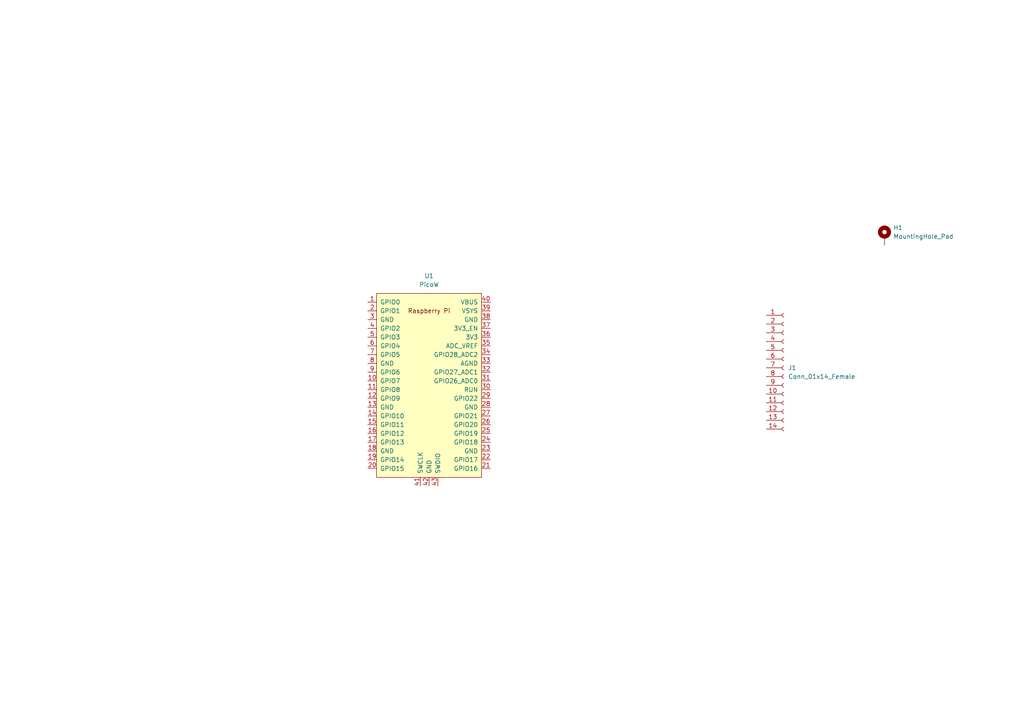
<source format=kicad_sch>
(kicad_sch (version 20211123) (generator eeschema)
  (paper "A4")
  (lib_symbols
    (symbol "Connector:Conn_01x14_Female" (pin_names (offset 1.016) hide)
      (property "Reference" "J?" (at 1.27 0.0001 0))
      (property "Value" "Conn_01x14_Female" (at 1.27 -2.5399 0))
      (symbol "Conn_01x14_Female_1_1"
        (arc (start 0 -17.272) (mid -0.508 -17.78) (end 0 -18.288) (stroke (width 0.1524)))
        (arc (start 0 -14.732) (mid -0.508 -15.24) (end 0 -15.748) (stroke (width 0.1524)))
        (arc (start 0 -12.192) (mid -0.508 -12.7) (end 0 -13.208) (stroke (width 0.1524)))
        (arc (start 0 -9.652) (mid -0.508 -10.16) (end 0 -10.668) (stroke (width 0.1524)))
        (arc (start 0 -7.112) (mid -0.508 -7.62) (end 0 -8.128) (stroke (width 0.1524)))
        (arc (start 0 -4.572) (mid -0.508 -5.08) (end 0 -5.588) (stroke (width 0.1524)))
        (arc (start 0 -2.032) (mid -0.508 -2.54) (end 0 -3.048) (stroke (width 0.1524)))
        (polyline (pts (xy -1.27 -17.78) (xy -0.508 -17.78)) (stroke (width 0.1524)))
        (polyline (pts (xy -1.27 -15.24) (xy -0.508 -15.24)) (stroke (width 0.1524)))
        (polyline (pts (xy -1.27 -12.7) (xy -0.508 -12.7)) (stroke (width 0.1524)))
        (polyline (pts (xy -1.27 -10.16) (xy -0.508 -10.16)) (stroke (width 0.1524)))
        (polyline (pts (xy -1.27 -7.62) (xy -0.508 -7.62)) (stroke (width 0.1524)))
        (polyline (pts (xy -1.27 -5.08) (xy -0.508 -5.08)) (stroke (width 0.1524)))
        (polyline (pts (xy -1.27 -2.54) (xy -0.508 -2.54)) (stroke (width 0.1524)))
        (polyline (pts (xy -1.27 0) (xy -0.508 0)) (stroke (width 0.1524)))
        (polyline (pts (xy -1.27 2.54) (xy -0.508 2.54)) (stroke (width 0.1524)))
        (polyline (pts (xy -1.27 5.08) (xy -0.508 5.08)) (stroke (width 0.1524)))
        (polyline (pts (xy -1.27 7.62) (xy -0.508 7.62)) (stroke (width 0.1524)))
        (polyline (pts (xy -1.27 10.16) (xy -0.508 10.16)) (stroke (width 0.1524)))
        (polyline (pts (xy -1.27 12.7) (xy -0.508 12.7)) (stroke (width 0.1524)))
        (polyline (pts (xy -1.27 15.24) (xy -0.508 15.24)) (stroke (width 0.1524)))
        (arc (start 0 0.508) (mid -0.508 0) (end 0 -0.508) (stroke (width 0.1524)))
        (arc (start 0 3.048) (mid -0.508 2.54) (end 0 2.032) (stroke (width 0.1524)))
        (arc (start 0 5.588) (mid -0.508 5.08) (end 0 4.572) (stroke (width 0.1524)))
        (arc (start 0 8.128) (mid -0.508 7.62) (end 0 7.112) (stroke (width 0.1524)))
        (arc (start 0 10.668) (mid -0.508 10.16) (end 0 9.652) (stroke (width 0.1524)))
        (arc (start 0 13.208) (mid -0.508 12.7) (end 0 12.192) (stroke (width 0.1524)))
        (arc (start 0 15.748) (mid -0.508 15.24) (end 0 14.732) (stroke (width 0.1524)))
        (pin passive line (at -5.08 15.24 0) (length 3.81) (name "Key") (number "1"))
        (pin passive line (at -5.08 -7.62 0) (length 3.81) (name "S2") (number "10"))
        (pin passive line (at -5.08 -10.16 0) (length 3.81) (name "D0") (number "11"))
        (pin passive line (at -5.08 -12.7 0) (length 3.81) (name "D1") (number "12"))
        (pin passive line (at -5.08 -15.24 0) (length 3.81) (name "D2") (number "13"))
        (pin passive line (at -5.08 -17.78 0) (length 3.81) (name "D3") (number "14"))
        (pin passive line (at -5.08 12.7 0) (length 3.81) (name "ALM") (number "2"))
        (pin passive line (at -5.08 10.16 0) (length 3.81) (name "DP") (number "3"))
        (pin passive line (at -5.08 7.62 0) (length 3.81) (name "COL") (number "4"))
        (pin passive line (at -5.08 5.08 0) (length 3.81) (name "P5V") (number "5"))
        (pin passive line (at -5.08 2.54 0) (length 3.81) (name "GND") (number "6"))
        (pin passive line (at -5.08 0 0) (length 3.81) (name "P12V") (number "7"))
        (pin passive line (at -5.08 -2.54 0) (length 3.81) (name "S0") (number "8"))
        (pin passive line (at -5.08 -5.08 0) (length 3.81) (name "S1") (number "9"))
      )
    )
    (symbol "Mechanical:MountingHole_Pad" (pin_numbers hide) (pin_names (offset 1.016) hide)
      (property "Reference" "H" (at 0 6.35 0))
      (property "Value" "MountingHole_Pad" (at 0 4.445 0))
      (symbol "MountingHole_Pad_0_1"
        (circle (center 0 1.27) (radius 1.27) (stroke (width 1.27)))
      )
      (symbol "MountingHole_Pad_1_1"
        (pin input line (at 0 -2.54 90) (length 2.54) (name "1") (number "1"))
      )
    )
    (symbol "RPi_Pico:PicoW" (pin_names (offset 1.016))
      (property "Reference" "U" (at -13.97 27.94 0))
      (property "Value" "PicoW" (at 0 19.05 0))
      (symbol "PicoW_0_0"
        (text "Raspberry Pi" (at 0 21.59 0) (effects (font (size 1.27 1.27))))
      )
      (symbol "PicoW_0_1"
        (rectangle (start -15.24 26.67) (end 15.24 -26.67) (fill (type background)))
      )
      (symbol "PicoW_1_1"
        (pin bidirectional line (at -17.78 24.13 0) (length 2.54) (name "GPIO0") (number "1"))
        (pin bidirectional line (at -17.78 1.27 0) (length 2.54) (name "GPIO7") (number "10"))
        (pin bidirectional line (at -17.78 -1.27 0) (length 2.54) (name "GPIO8") (number "11"))
        (pin bidirectional line (at -17.78 -3.81 0) (length 2.54) (name "GPIO9") (number "12"))
        (pin power_in line (at -17.78 -6.35 0) (length 2.54) (name "GND") (number "13"))
        (pin bidirectional line (at -17.78 -8.89 0) (length 2.54) (name "GPIO10") (number "14"))
        (pin bidirectional line (at -17.78 -11.43 0) (length 2.54) (name "GPIO11") (number "15"))
        (pin bidirectional line (at -17.78 -13.97 0) (length 2.54) (name "GPIO12") (number "16"))
        (pin bidirectional line (at -17.78 -16.51 0) (length 2.54) (name "GPIO13") (number "17"))
        (pin power_in line (at -17.78 -19.05 0) (length 2.54) (name "GND") (number "18"))
        (pin bidirectional line (at -17.78 -21.59 0) (length 2.54) (name "GPIO14") (number "19"))
        (pin bidirectional line (at -17.78 21.59 0) (length 2.54) (name "GPIO1") (number "2"))
        (pin bidirectional line (at -17.78 -24.13 0) (length 2.54) (name "GPIO15") (number "20"))
        (pin bidirectional line (at 17.78 -24.13 180) (length 2.54) (name "GPIO16") (number "21"))
        (pin bidirectional line (at 17.78 -21.59 180) (length 2.54) (name "GPIO17") (number "22"))
        (pin power_in line (at 17.78 -19.05 180) (length 2.54) (name "GND") (number "23"))
        (pin bidirectional line (at 17.78 -16.51 180) (length 2.54) (name "GPIO18") (number "24"))
        (pin bidirectional line (at 17.78 -13.97 180) (length 2.54) (name "GPIO19") (number "25"))
        (pin bidirectional line (at 17.78 -11.43 180) (length 2.54) (name "GPIO20") (number "26"))
        (pin bidirectional line (at 17.78 -8.89 180) (length 2.54) (name "GPIO21") (number "27"))
        (pin power_in line (at 17.78 -6.35 180) (length 2.54) (name "GND") (number "28"))
        (pin bidirectional line (at 17.78 -3.81 180) (length 2.54) (name "GPIO22") (number "29"))
        (pin power_in line (at -17.78 19.05 0) (length 2.54) (name "GND") (number "3"))
        (pin input line (at 17.78 -1.27 180) (length 2.54) (name "RUN") (number "30"))
        (pin bidirectional line (at 17.78 1.27 180) (length 2.54) (name "GPIO26_ADC0") (number "31"))
        (pin bidirectional line (at 17.78 3.81 180) (length 2.54) (name "GPIO27_ADC1") (number "32"))
        (pin power_in line (at 17.78 6.35 180) (length 2.54) (name "AGND") (number "33"))
        (pin bidirectional line (at 17.78 8.89 180) (length 2.54) (name "GPIO28_ADC2") (number "34"))
        (pin unspecified line (at 17.78 11.43 180) (length 2.54) (name "ADC_VREF") (number "35"))
        (pin unspecified line (at 17.78 13.97 180) (length 2.54) (name "3V3") (number "36"))
        (pin input line (at 17.78 16.51 180) (length 2.54) (name "3V3_EN") (number "37"))
        (pin bidirectional line (at 17.78 19.05 180) (length 2.54) (name "GND") (number "38"))
        (pin unspecified line (at 17.78 21.59 180) (length 2.54) (name "VSYS") (number "39"))
        (pin bidirectional line (at -17.78 16.51 0) (length 2.54) (name "GPIO2") (number "4"))
        (pin unspecified line (at 17.78 24.13 180) (length 2.54) (name "VBUS") (number "40"))
        (pin input line (at -2.54 -29.21 90) (length 2.54) (name "SWCLK") (number "41"))
        (pin power_in line (at 0 -29.21 90) (length 2.54) (name "GND") (number "42"))
        (pin bidirectional line (at 2.54 -29.21 90) (length 2.54) (name "SWDIO") (number "43"))
        (pin bidirectional line (at -17.78 13.97 0) (length 2.54) (name "GPIO3") (number "5"))
        (pin bidirectional line (at -17.78 11.43 0) (length 2.54) (name "GPIO4") (number "6"))
        (pin bidirectional line (at -17.78 8.89 0) (length 2.54) (name "GPIO5") (number "7"))
        (pin power_in line (at -17.78 6.35 0) (length 2.54) (name "GND") (number "8"))
        (pin bidirectional line (at -17.78 3.81 0) (length 2.54) (name "GPIO6") (number "9"))
      )
    )
  )
  (symbol (lib_id "Connector:Conn_01x14_Female") (at 227.33 106.68 0) (unit 1)
    (property "Reference" "J1" (at 228.6 106.6799 0) (effects (justify left)))
    (property "Value" "Conn_01x14_Female" (at 228.6 109.2199 0) (effects (justify left)))
    (property "Footprint" "Connector_PinHeader_2.54mm:PinHeader_1x14_P2.54mm_Vertical" (effects hide))
  )
  (symbol (lib_id "RPi_Pico:PicoW") (at 124.46 111.76 0) (unit 1)
    (property "Reference" "U1" (at 124.46 80.01 0))
    (property "Value" "PicoW" (at 124.46 82.55 0))
    (property "Footprint" "RPi_Pico:RPi_PicoW_SMD_TH" (effects hide))
  )
  (symbol (lib_id "Mechanical:MountingHole_Pad") (at 256.54 68.58 0) (unit 1)
    (property "Reference" "H1" (at 259.08 66.0399 0) (effects (justify left)))
    (property "Value" "MountingHole_Pad" (at 259.08 68.5799 0) (effects (justify left)))
    (property "Footprint" "MountingHole:MountingHole_3mm_Pad" (effects hide))
  )
)
</source>
